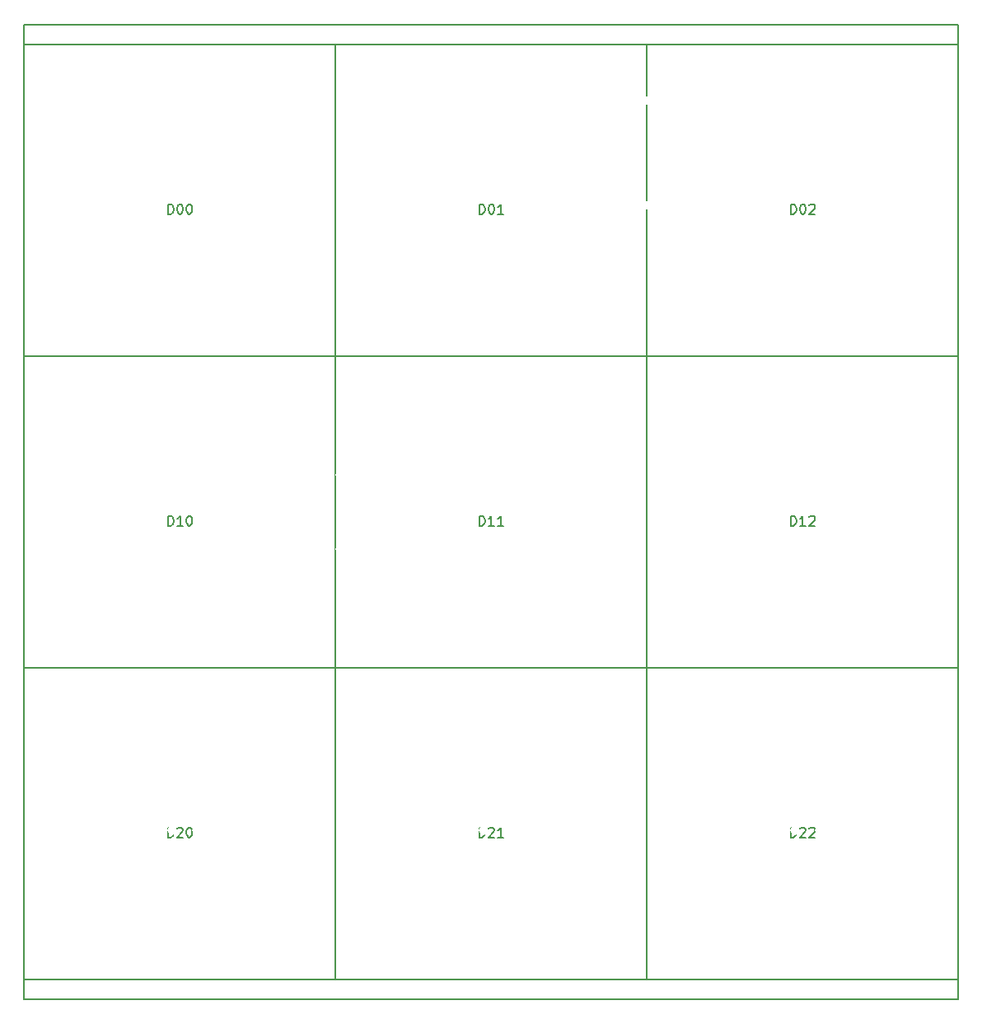
<source format=gto>
G04 (created by PCBNEW (2013-07-07 BZR 4022)-stable) date 2/5/2014 11:08:06 AM*
%MOIN*%
G04 Gerber Fmt 3.4, Leading zero omitted, Abs format*
%FSLAX34Y34*%
G01*
G70*
G90*
G04 APERTURE LIST*
%ADD10C,0.00590551*%
%ADD11C,0.0393701*%
%ADD12R,0.0393701X0.0393701*%
%ADD13R,0.055X0.055*%
%ADD14C,0.055*%
G04 APERTURE END LIST*
G54D10*
X6299Y-45275D02*
X6299Y-5905D01*
X44094Y-45275D02*
X6299Y-45275D01*
X44094Y-5905D02*
X44094Y-45275D01*
X6299Y-5905D02*
X44094Y-5905D01*
X6299Y-19291D02*
X6299Y-6692D01*
X6299Y-6692D02*
X18897Y-6692D01*
X18897Y-6692D02*
X18897Y-19291D01*
X18897Y-19291D02*
X6299Y-19291D01*
X31496Y-19291D02*
X31496Y-6692D01*
X31496Y-6692D02*
X44094Y-6692D01*
X44094Y-6692D02*
X44094Y-19291D01*
X44094Y-19291D02*
X31496Y-19291D01*
X18897Y-31889D02*
X18897Y-19291D01*
X18897Y-19291D02*
X31496Y-19291D01*
X31496Y-19291D02*
X31496Y-31889D01*
X31496Y-31889D02*
X18897Y-31889D01*
X31496Y-31889D02*
X31496Y-19291D01*
X31496Y-19291D02*
X44094Y-19291D01*
X44094Y-19291D02*
X44094Y-31889D01*
X44094Y-31889D02*
X31496Y-31889D01*
X6299Y-44488D02*
X6299Y-31889D01*
X6299Y-31889D02*
X18897Y-31889D01*
X18897Y-31889D02*
X18897Y-44488D01*
X18897Y-44488D02*
X6299Y-44488D01*
X18897Y-19291D02*
X18897Y-6692D01*
X18897Y-6692D02*
X31496Y-6692D01*
X31496Y-6692D02*
X31496Y-19291D01*
X31496Y-19291D02*
X18897Y-19291D01*
X18897Y-44488D02*
X18897Y-31889D01*
X18897Y-31889D02*
X31496Y-31889D01*
X31496Y-31889D02*
X31496Y-44488D01*
X31496Y-44488D02*
X18897Y-44488D01*
X31496Y-44488D02*
X31496Y-31889D01*
X31496Y-31889D02*
X44094Y-31889D01*
X44094Y-31889D02*
X44094Y-44488D01*
X44094Y-44488D02*
X31496Y-44488D01*
X6299Y-31889D02*
X6299Y-19291D01*
X6299Y-19291D02*
X18897Y-19291D01*
X18897Y-19291D02*
X18897Y-31889D01*
X18897Y-31889D02*
X6299Y-31889D01*
X12120Y-13545D02*
X12120Y-13151D01*
X12214Y-13151D01*
X12270Y-13170D01*
X12307Y-13207D01*
X12326Y-13245D01*
X12345Y-13320D01*
X12345Y-13376D01*
X12326Y-13451D01*
X12307Y-13488D01*
X12270Y-13526D01*
X12214Y-13545D01*
X12120Y-13545D01*
X12589Y-13151D02*
X12626Y-13151D01*
X12664Y-13170D01*
X12682Y-13188D01*
X12701Y-13226D01*
X12720Y-13301D01*
X12720Y-13395D01*
X12701Y-13470D01*
X12682Y-13507D01*
X12664Y-13526D01*
X12626Y-13545D01*
X12589Y-13545D01*
X12551Y-13526D01*
X12532Y-13507D01*
X12514Y-13470D01*
X12495Y-13395D01*
X12495Y-13301D01*
X12514Y-13226D01*
X12532Y-13188D01*
X12551Y-13170D01*
X12589Y-13151D01*
X12964Y-13151D02*
X13001Y-13151D01*
X13038Y-13170D01*
X13057Y-13188D01*
X13076Y-13226D01*
X13095Y-13301D01*
X13095Y-13395D01*
X13076Y-13470D01*
X13057Y-13507D01*
X13038Y-13526D01*
X13001Y-13545D01*
X12964Y-13545D01*
X12926Y-13526D01*
X12907Y-13507D01*
X12889Y-13470D01*
X12870Y-13395D01*
X12870Y-13301D01*
X12889Y-13226D01*
X12907Y-13188D01*
X12926Y-13170D01*
X12964Y-13151D01*
X37317Y-13545D02*
X37317Y-13151D01*
X37410Y-13151D01*
X37467Y-13170D01*
X37504Y-13207D01*
X37523Y-13245D01*
X37542Y-13320D01*
X37542Y-13376D01*
X37523Y-13451D01*
X37504Y-13488D01*
X37467Y-13526D01*
X37410Y-13545D01*
X37317Y-13545D01*
X37785Y-13151D02*
X37823Y-13151D01*
X37860Y-13170D01*
X37879Y-13188D01*
X37898Y-13226D01*
X37917Y-13301D01*
X37917Y-13395D01*
X37898Y-13470D01*
X37879Y-13507D01*
X37860Y-13526D01*
X37823Y-13545D01*
X37785Y-13545D01*
X37748Y-13526D01*
X37729Y-13507D01*
X37710Y-13470D01*
X37692Y-13395D01*
X37692Y-13301D01*
X37710Y-13226D01*
X37729Y-13188D01*
X37748Y-13170D01*
X37785Y-13151D01*
X38067Y-13188D02*
X38085Y-13170D01*
X38123Y-13151D01*
X38217Y-13151D01*
X38254Y-13170D01*
X38273Y-13188D01*
X38292Y-13226D01*
X38292Y-13263D01*
X38273Y-13320D01*
X38048Y-13545D01*
X38292Y-13545D01*
X24718Y-26143D02*
X24718Y-25749D01*
X24812Y-25749D01*
X24868Y-25768D01*
X24906Y-25806D01*
X24925Y-25843D01*
X24943Y-25918D01*
X24943Y-25974D01*
X24925Y-26049D01*
X24906Y-26087D01*
X24868Y-26124D01*
X24812Y-26143D01*
X24718Y-26143D01*
X25318Y-26143D02*
X25093Y-26143D01*
X25206Y-26143D02*
X25206Y-25749D01*
X25168Y-25806D01*
X25131Y-25843D01*
X25093Y-25862D01*
X25693Y-26143D02*
X25468Y-26143D01*
X25581Y-26143D02*
X25581Y-25749D01*
X25543Y-25806D01*
X25506Y-25843D01*
X25468Y-25862D01*
X37317Y-26143D02*
X37317Y-25749D01*
X37410Y-25749D01*
X37467Y-25768D01*
X37504Y-25806D01*
X37523Y-25843D01*
X37542Y-25918D01*
X37542Y-25974D01*
X37523Y-26049D01*
X37504Y-26087D01*
X37467Y-26124D01*
X37410Y-26143D01*
X37317Y-26143D01*
X37917Y-26143D02*
X37692Y-26143D01*
X37804Y-26143D02*
X37804Y-25749D01*
X37767Y-25806D01*
X37729Y-25843D01*
X37692Y-25862D01*
X38067Y-25787D02*
X38085Y-25768D01*
X38123Y-25749D01*
X38217Y-25749D01*
X38254Y-25768D01*
X38273Y-25787D01*
X38292Y-25824D01*
X38292Y-25862D01*
X38273Y-25918D01*
X38048Y-26143D01*
X38292Y-26143D01*
X12120Y-38742D02*
X12120Y-38348D01*
X12214Y-38348D01*
X12270Y-38367D01*
X12307Y-38404D01*
X12326Y-38442D01*
X12345Y-38517D01*
X12345Y-38573D01*
X12326Y-38648D01*
X12307Y-38685D01*
X12270Y-38723D01*
X12214Y-38742D01*
X12120Y-38742D01*
X12495Y-38385D02*
X12514Y-38367D01*
X12551Y-38348D01*
X12645Y-38348D01*
X12682Y-38367D01*
X12701Y-38385D01*
X12720Y-38423D01*
X12720Y-38460D01*
X12701Y-38517D01*
X12476Y-38742D01*
X12720Y-38742D01*
X12964Y-38348D02*
X13001Y-38348D01*
X13038Y-38367D01*
X13057Y-38385D01*
X13076Y-38423D01*
X13095Y-38498D01*
X13095Y-38592D01*
X13076Y-38667D01*
X13057Y-38704D01*
X13038Y-38723D01*
X13001Y-38742D01*
X12964Y-38742D01*
X12926Y-38723D01*
X12907Y-38704D01*
X12889Y-38667D01*
X12870Y-38592D01*
X12870Y-38498D01*
X12889Y-38423D01*
X12907Y-38385D01*
X12926Y-38367D01*
X12964Y-38348D01*
X24718Y-13545D02*
X24718Y-13151D01*
X24812Y-13151D01*
X24868Y-13170D01*
X24906Y-13207D01*
X24925Y-13245D01*
X24943Y-13320D01*
X24943Y-13376D01*
X24925Y-13451D01*
X24906Y-13488D01*
X24868Y-13526D01*
X24812Y-13545D01*
X24718Y-13545D01*
X25187Y-13151D02*
X25224Y-13151D01*
X25262Y-13170D01*
X25281Y-13188D01*
X25299Y-13226D01*
X25318Y-13301D01*
X25318Y-13395D01*
X25299Y-13470D01*
X25281Y-13507D01*
X25262Y-13526D01*
X25224Y-13545D01*
X25187Y-13545D01*
X25149Y-13526D01*
X25131Y-13507D01*
X25112Y-13470D01*
X25093Y-13395D01*
X25093Y-13301D01*
X25112Y-13226D01*
X25131Y-13188D01*
X25149Y-13170D01*
X25187Y-13151D01*
X25693Y-13545D02*
X25468Y-13545D01*
X25581Y-13545D02*
X25581Y-13151D01*
X25543Y-13207D01*
X25506Y-13245D01*
X25468Y-13263D01*
X24718Y-38742D02*
X24718Y-38348D01*
X24812Y-38348D01*
X24868Y-38367D01*
X24906Y-38404D01*
X24925Y-38442D01*
X24943Y-38517D01*
X24943Y-38573D01*
X24925Y-38648D01*
X24906Y-38685D01*
X24868Y-38723D01*
X24812Y-38742D01*
X24718Y-38742D01*
X25093Y-38385D02*
X25112Y-38367D01*
X25149Y-38348D01*
X25243Y-38348D01*
X25281Y-38367D01*
X25299Y-38385D01*
X25318Y-38423D01*
X25318Y-38460D01*
X25299Y-38517D01*
X25074Y-38742D01*
X25318Y-38742D01*
X25693Y-38742D02*
X25468Y-38742D01*
X25581Y-38742D02*
X25581Y-38348D01*
X25543Y-38404D01*
X25506Y-38442D01*
X25468Y-38460D01*
X37317Y-38742D02*
X37317Y-38348D01*
X37410Y-38348D01*
X37467Y-38367D01*
X37504Y-38404D01*
X37523Y-38442D01*
X37542Y-38517D01*
X37542Y-38573D01*
X37523Y-38648D01*
X37504Y-38685D01*
X37467Y-38723D01*
X37410Y-38742D01*
X37317Y-38742D01*
X37692Y-38385D02*
X37710Y-38367D01*
X37748Y-38348D01*
X37842Y-38348D01*
X37879Y-38367D01*
X37898Y-38385D01*
X37917Y-38423D01*
X37917Y-38460D01*
X37898Y-38517D01*
X37673Y-38742D01*
X37917Y-38742D01*
X38067Y-38385D02*
X38085Y-38367D01*
X38123Y-38348D01*
X38217Y-38348D01*
X38254Y-38367D01*
X38273Y-38385D01*
X38292Y-38423D01*
X38292Y-38460D01*
X38273Y-38517D01*
X38048Y-38742D01*
X38292Y-38742D01*
X12120Y-26143D02*
X12120Y-25749D01*
X12214Y-25749D01*
X12270Y-25768D01*
X12307Y-25806D01*
X12326Y-25843D01*
X12345Y-25918D01*
X12345Y-25974D01*
X12326Y-26049D01*
X12307Y-26087D01*
X12270Y-26124D01*
X12214Y-26143D01*
X12120Y-26143D01*
X12720Y-26143D02*
X12495Y-26143D01*
X12607Y-26143D02*
X12607Y-25749D01*
X12570Y-25806D01*
X12532Y-25843D01*
X12495Y-25862D01*
X12964Y-25749D02*
X13001Y-25749D01*
X13038Y-25768D01*
X13057Y-25787D01*
X13076Y-25824D01*
X13095Y-25899D01*
X13095Y-25993D01*
X13076Y-26068D01*
X13057Y-26106D01*
X13038Y-26124D01*
X13001Y-26143D01*
X12964Y-26143D01*
X12926Y-26124D01*
X12907Y-26106D01*
X12889Y-26068D01*
X12870Y-25993D01*
X12870Y-25899D01*
X12889Y-25824D01*
X12907Y-25787D01*
X12926Y-25768D01*
X12964Y-25749D01*
%LPC*%
G54D11*
X38291Y-27085D03*
X37291Y-27085D03*
X36291Y-27085D03*
X35291Y-27085D03*
X34291Y-27085D03*
X33291Y-27085D03*
X32295Y-27085D03*
X32295Y-24085D03*
X33291Y-24085D03*
X34291Y-24085D03*
X35291Y-24085D03*
X36291Y-24085D03*
X37291Y-24085D03*
X38291Y-24085D03*
X37503Y-10935D03*
X37503Y-9951D03*
X38503Y-10935D03*
X38503Y-9951D03*
X39503Y-10935D03*
X39503Y-9951D03*
X40503Y-10935D03*
X40503Y-9951D03*
X18094Y-23535D03*
X18094Y-22551D03*
X17094Y-23535D03*
X17094Y-22551D03*
X16094Y-23535D03*
X16094Y-22551D03*
X15094Y-23535D03*
X15094Y-22551D03*
X14094Y-23535D03*
X14094Y-22551D03*
X13094Y-23535D03*
X13094Y-22551D03*
X12094Y-23535D03*
X12094Y-22551D03*
X11094Y-23535D03*
X11094Y-22551D03*
X37503Y-15035D03*
X37503Y-16019D03*
X38503Y-15035D03*
X38503Y-16019D03*
X39503Y-15035D03*
X39503Y-16019D03*
X40503Y-15035D03*
X40503Y-16019D03*
X12917Y-10935D03*
X12917Y-9951D03*
X11917Y-10935D03*
X11917Y-9951D03*
X10917Y-10935D03*
X10917Y-9951D03*
X9917Y-10935D03*
X9917Y-9951D03*
X12917Y-15035D03*
X12917Y-16019D03*
X11917Y-15035D03*
X11917Y-16019D03*
X10917Y-15035D03*
X10917Y-16019D03*
X9917Y-15035D03*
X9917Y-16019D03*
X22661Y-16684D03*
X21954Y-15977D03*
X21247Y-15270D03*
X20540Y-14563D03*
X19833Y-13855D03*
X19125Y-13148D03*
X18418Y-12441D03*
X17711Y-11734D03*
X17004Y-11027D03*
X19125Y-8906D03*
X19833Y-9613D03*
X20540Y-10320D03*
X21247Y-11027D03*
X21954Y-11734D03*
X22661Y-12441D03*
X23368Y-13148D03*
X24075Y-13855D03*
X24782Y-14563D03*
X11094Y-24090D03*
X12094Y-24090D03*
X13094Y-24090D03*
X14094Y-24090D03*
X15094Y-24090D03*
X16094Y-24090D03*
X17094Y-24090D03*
X18094Y-24090D03*
X19094Y-24090D03*
X19094Y-27090D03*
X18094Y-27090D03*
X17094Y-27090D03*
X16094Y-27090D03*
X15094Y-27090D03*
X14094Y-27090D03*
X13094Y-27090D03*
X12094Y-27090D03*
X11094Y-27090D03*
X33706Y-11067D03*
X32999Y-11774D03*
X32292Y-12481D03*
X31585Y-13188D03*
X30877Y-13896D03*
X30170Y-14603D03*
X29463Y-15310D03*
X28756Y-16017D03*
X28049Y-16724D03*
X25928Y-14603D03*
X26635Y-13896D03*
X27342Y-13188D03*
X28049Y-12481D03*
X28756Y-11774D03*
X29463Y-11067D03*
X30170Y-10360D03*
X30877Y-9653D03*
X31585Y-8946D03*
G54D12*
X6917Y-11492D03*
G54D11*
X7917Y-11492D03*
X8917Y-11492D03*
X9917Y-11492D03*
X10917Y-11492D03*
X11917Y-11492D03*
X12917Y-11492D03*
X13917Y-11492D03*
X14917Y-11492D03*
X15917Y-11492D03*
X6917Y-14492D03*
X7917Y-14492D03*
X8917Y-14492D03*
X9917Y-14492D03*
X10917Y-14492D03*
X11917Y-14492D03*
X12917Y-14492D03*
X13917Y-14492D03*
X14917Y-14492D03*
X15917Y-14492D03*
G54D12*
X19515Y-34917D03*
G54D11*
X20515Y-34917D03*
X21515Y-34917D03*
X22515Y-34917D03*
X23515Y-34917D03*
X24515Y-34917D03*
X25515Y-34917D03*
X26515Y-34917D03*
X27515Y-34917D03*
X28515Y-34917D03*
X19515Y-37917D03*
X20515Y-37917D03*
X21515Y-37917D03*
X22515Y-37917D03*
X23515Y-37917D03*
X24515Y-37917D03*
X25515Y-37917D03*
X26515Y-37917D03*
X27515Y-37917D03*
X28515Y-37917D03*
G54D12*
X30877Y-41460D03*
G54D11*
X29877Y-41460D03*
X28877Y-41460D03*
X27877Y-41460D03*
X26877Y-41460D03*
X25877Y-41460D03*
X24877Y-41460D03*
X23877Y-41460D03*
X22877Y-41460D03*
X21877Y-41460D03*
X30877Y-38460D03*
X29877Y-38460D03*
X28877Y-38460D03*
X27877Y-38460D03*
X26877Y-38460D03*
X25877Y-38460D03*
X24877Y-38460D03*
X23877Y-38460D03*
X22877Y-38460D03*
X21877Y-38460D03*
G54D12*
X32114Y-34917D03*
G54D11*
X33114Y-34917D03*
X34114Y-34917D03*
X35114Y-34917D03*
X36114Y-34917D03*
X37114Y-34917D03*
X38114Y-34917D03*
X39114Y-34917D03*
X40114Y-34917D03*
X41114Y-34917D03*
X32114Y-37917D03*
X33114Y-37917D03*
X34114Y-37917D03*
X35114Y-37917D03*
X36114Y-37917D03*
X37114Y-37917D03*
X38114Y-37917D03*
X39114Y-37917D03*
X40114Y-37917D03*
X41114Y-37917D03*
G54D12*
X43476Y-41460D03*
G54D11*
X42476Y-41460D03*
X41476Y-41460D03*
X40476Y-41460D03*
X39476Y-41460D03*
X38476Y-41460D03*
X37476Y-41460D03*
X36476Y-41460D03*
X35476Y-41460D03*
X34476Y-41460D03*
X43476Y-38460D03*
X42476Y-38460D03*
X41476Y-38460D03*
X40476Y-38460D03*
X39476Y-38460D03*
X38476Y-38460D03*
X37476Y-38460D03*
X36476Y-38460D03*
X35476Y-38460D03*
X34476Y-38460D03*
G54D12*
X18279Y-41460D03*
G54D11*
X17279Y-41460D03*
X16279Y-41460D03*
X15279Y-41460D03*
X14279Y-41460D03*
X13279Y-41460D03*
X12279Y-41460D03*
X11279Y-41460D03*
X10279Y-41460D03*
X9279Y-41460D03*
X18279Y-38460D03*
X17279Y-38460D03*
X16279Y-38460D03*
X15279Y-38460D03*
X14279Y-38460D03*
X13279Y-38460D03*
X12279Y-38460D03*
X11279Y-38460D03*
X10279Y-38460D03*
X9279Y-38460D03*
G54D12*
X43503Y-14492D03*
G54D11*
X42503Y-14492D03*
X41503Y-14492D03*
X40503Y-14492D03*
X39503Y-14492D03*
X38503Y-14492D03*
X37503Y-14492D03*
X36503Y-14492D03*
X35503Y-14492D03*
X34503Y-14492D03*
X43503Y-11492D03*
X42503Y-11492D03*
X41503Y-11492D03*
X40503Y-11492D03*
X39503Y-11492D03*
X38503Y-11492D03*
X37503Y-11492D03*
X36503Y-11492D03*
X35503Y-11492D03*
X34503Y-11492D03*
G54D12*
X20692Y-24090D03*
G54D11*
X21692Y-24090D03*
X22692Y-24090D03*
X23692Y-24090D03*
X24692Y-24090D03*
X25692Y-24090D03*
X26692Y-24090D03*
X27692Y-24090D03*
X28692Y-24090D03*
X29692Y-24090D03*
X20692Y-27090D03*
X21692Y-27090D03*
X22692Y-27090D03*
X23692Y-27090D03*
X24692Y-27090D03*
X25692Y-27090D03*
X26692Y-27090D03*
X27692Y-27090D03*
X28692Y-27090D03*
X29692Y-27090D03*
G54D12*
X6917Y-34917D03*
G54D11*
X7917Y-34917D03*
X8917Y-34917D03*
X9917Y-34917D03*
X10917Y-34917D03*
X11917Y-34917D03*
X12917Y-34917D03*
X13917Y-34917D03*
X14917Y-34917D03*
X15917Y-34917D03*
X6917Y-37917D03*
X7917Y-37917D03*
X8917Y-37917D03*
X9917Y-37917D03*
X10917Y-37917D03*
X11917Y-37917D03*
X12917Y-37917D03*
X13917Y-37917D03*
X14917Y-37917D03*
X15917Y-37917D03*
G54D13*
X9842Y-22047D03*
G54D14*
X9842Y-23047D03*
G54D11*
X19696Y-32956D03*
X19696Y-33940D03*
X14094Y-42437D03*
X14094Y-43421D03*
X20692Y-42437D03*
X20692Y-43421D03*
X23692Y-42437D03*
X23692Y-43421D03*
X26692Y-42437D03*
X26692Y-43421D03*
X29692Y-42437D03*
X29692Y-43421D03*
X29692Y-32956D03*
X29692Y-33940D03*
X26692Y-32956D03*
X26692Y-33940D03*
X23692Y-32956D03*
X23692Y-33940D03*
X20692Y-32956D03*
X20692Y-33940D03*
X11094Y-42437D03*
X11094Y-43421D03*
X32291Y-42437D03*
X32291Y-43421D03*
X35291Y-42437D03*
X35291Y-43421D03*
X38291Y-42437D03*
X38291Y-43421D03*
X41291Y-42437D03*
X41291Y-43421D03*
X41291Y-32956D03*
X41291Y-33940D03*
X38291Y-32956D03*
X38291Y-33940D03*
X35291Y-32956D03*
X35291Y-33940D03*
X32295Y-32956D03*
X32295Y-33940D03*
X8094Y-42437D03*
X8094Y-43421D03*
X11094Y-32956D03*
X11094Y-33940D03*
X8094Y-32956D03*
X8094Y-33940D03*
X14094Y-32956D03*
X14094Y-33940D03*
X17094Y-32956D03*
X17094Y-33940D03*
X17094Y-42437D03*
X17094Y-43421D03*
X19692Y-42437D03*
X19692Y-43421D03*
X22692Y-42437D03*
X22692Y-43421D03*
X25692Y-42437D03*
X25692Y-43421D03*
X28692Y-42437D03*
X28692Y-43421D03*
X28692Y-32956D03*
X28692Y-33940D03*
X25692Y-32956D03*
X25692Y-33940D03*
X22692Y-32956D03*
X22692Y-33940D03*
X10094Y-42437D03*
X10094Y-43421D03*
X13094Y-42437D03*
X13094Y-43421D03*
X16094Y-42437D03*
X16094Y-43421D03*
X13094Y-32956D03*
X13094Y-33940D03*
X16094Y-32956D03*
X16094Y-33940D03*
X33291Y-42437D03*
X33291Y-43421D03*
X36291Y-42437D03*
X36291Y-43421D03*
X39291Y-42437D03*
X39291Y-43421D03*
X42291Y-42437D03*
X42291Y-43421D03*
X42291Y-32956D03*
X42291Y-33940D03*
X39291Y-32956D03*
X39291Y-33940D03*
X36291Y-32956D03*
X36291Y-33940D03*
X33291Y-32956D03*
X33291Y-33940D03*
X7098Y-32956D03*
X7098Y-33940D03*
X7094Y-42437D03*
X7094Y-43421D03*
X10094Y-32956D03*
X10094Y-33940D03*
G54D13*
X9842Y-24090D03*
G54D14*
X9842Y-25090D03*
X9842Y-26090D03*
X9842Y-27090D03*
G54D11*
X7098Y-17716D03*
X8094Y-17716D03*
X9094Y-17716D03*
X10094Y-17716D03*
X11094Y-17716D03*
X12094Y-17716D03*
X13094Y-17716D03*
X14094Y-17716D03*
X15094Y-17716D03*
X16094Y-17716D03*
X17094Y-17716D03*
X18094Y-17716D03*
X18094Y-8267D03*
X17094Y-8267D03*
X16094Y-8267D03*
X15094Y-8267D03*
X14094Y-8267D03*
X13094Y-8267D03*
X12094Y-8267D03*
X11094Y-8267D03*
X10094Y-8267D03*
X9094Y-8267D03*
X8094Y-8267D03*
X7098Y-8267D03*
X32295Y-17716D03*
X33291Y-17716D03*
X34291Y-17716D03*
X35291Y-17716D03*
X36291Y-17716D03*
X37291Y-17716D03*
X38291Y-17716D03*
X39291Y-17716D03*
X40291Y-17716D03*
X41291Y-17716D03*
X42291Y-17716D03*
X43291Y-17716D03*
X43291Y-8267D03*
X42291Y-8267D03*
X41291Y-8267D03*
X40291Y-8267D03*
X39291Y-8267D03*
X38291Y-8267D03*
X37291Y-8267D03*
X36291Y-8267D03*
X35291Y-8267D03*
X34291Y-8267D03*
X33291Y-8267D03*
X32295Y-8267D03*
X19696Y-30314D03*
X20692Y-30314D03*
X21692Y-30314D03*
X22692Y-30314D03*
X23692Y-30314D03*
X24692Y-30314D03*
X25692Y-30314D03*
X26692Y-30314D03*
X27692Y-30314D03*
X28692Y-30314D03*
X29692Y-30314D03*
X30692Y-30314D03*
X30692Y-20866D03*
X29692Y-20866D03*
X28692Y-20866D03*
X27692Y-20866D03*
X26692Y-20866D03*
X25692Y-20866D03*
X24692Y-20866D03*
X23692Y-20866D03*
X22692Y-20866D03*
X21692Y-20866D03*
X20692Y-20866D03*
X19696Y-20866D03*
X32295Y-30314D03*
X33291Y-30314D03*
X34291Y-30314D03*
X35291Y-30314D03*
X36291Y-30314D03*
X37291Y-30314D03*
X38291Y-30314D03*
X39291Y-30314D03*
X40291Y-30314D03*
X41291Y-30314D03*
X42291Y-30314D03*
X43291Y-30314D03*
X43291Y-20866D03*
X42291Y-20866D03*
X41291Y-20866D03*
X40291Y-20866D03*
X39291Y-20866D03*
X38291Y-20866D03*
X37291Y-20866D03*
X36291Y-20866D03*
X35291Y-20866D03*
X34291Y-20866D03*
X33291Y-20866D03*
X32295Y-20866D03*
X7098Y-42913D03*
X8094Y-42913D03*
X9094Y-42913D03*
X10094Y-42913D03*
X11094Y-42913D03*
X12094Y-42913D03*
X13094Y-42913D03*
X14094Y-42913D03*
X15094Y-42913D03*
X16094Y-42913D03*
X17094Y-42913D03*
X18094Y-42913D03*
X18094Y-33464D03*
X17094Y-33464D03*
X16094Y-33464D03*
X15094Y-33464D03*
X14094Y-33464D03*
X13094Y-33464D03*
X12094Y-33464D03*
X11094Y-33464D03*
X10094Y-33464D03*
X9094Y-33464D03*
X8094Y-33464D03*
X7098Y-33464D03*
X19696Y-17716D03*
X20692Y-17716D03*
X21692Y-17716D03*
X22692Y-17716D03*
X23692Y-17716D03*
X24692Y-17716D03*
X25692Y-17716D03*
X26692Y-17716D03*
X27692Y-17716D03*
X28692Y-17716D03*
X29692Y-17716D03*
X30692Y-17716D03*
X30692Y-8267D03*
X29692Y-8267D03*
X28692Y-8267D03*
X27692Y-8267D03*
X26692Y-8267D03*
X25692Y-8267D03*
X24692Y-8267D03*
X23692Y-8267D03*
X22692Y-8267D03*
X21692Y-8267D03*
X20692Y-8267D03*
X19696Y-8267D03*
X19696Y-42913D03*
X20692Y-42913D03*
X21692Y-42913D03*
X22692Y-42913D03*
X23692Y-42913D03*
X24692Y-42913D03*
X25692Y-42913D03*
X26692Y-42913D03*
X27692Y-42913D03*
X28692Y-42913D03*
X29692Y-42913D03*
X30692Y-42913D03*
X30692Y-33464D03*
X29692Y-33464D03*
X28692Y-33464D03*
X27692Y-33464D03*
X26692Y-33464D03*
X25692Y-33464D03*
X24692Y-33464D03*
X23692Y-33464D03*
X22692Y-33464D03*
X21692Y-33464D03*
X20692Y-33464D03*
X19696Y-33464D03*
X32295Y-42913D03*
X33291Y-42913D03*
X34291Y-42913D03*
X35291Y-42913D03*
X36291Y-42913D03*
X37291Y-42913D03*
X38291Y-42913D03*
X39291Y-42913D03*
X40291Y-42913D03*
X41291Y-42913D03*
X42291Y-42913D03*
X43291Y-42913D03*
X43291Y-33464D03*
X42291Y-33464D03*
X41291Y-33464D03*
X40291Y-33464D03*
X39291Y-33464D03*
X38291Y-33464D03*
X37291Y-33464D03*
X36291Y-33464D03*
X35291Y-33464D03*
X34291Y-33464D03*
X33291Y-33464D03*
X32295Y-33464D03*
X7098Y-30314D03*
X8094Y-30314D03*
X9094Y-30314D03*
X10094Y-30314D03*
X11094Y-30314D03*
X12094Y-30314D03*
X13094Y-30314D03*
X14094Y-30314D03*
X15094Y-30314D03*
X16094Y-30314D03*
X17094Y-30314D03*
X18094Y-30314D03*
X18094Y-20866D03*
X17094Y-20866D03*
X16094Y-20866D03*
X15094Y-20866D03*
X14094Y-20866D03*
X13094Y-20866D03*
X12094Y-20866D03*
X11094Y-20866D03*
X10094Y-20866D03*
X9094Y-20866D03*
X8094Y-20866D03*
X7098Y-20866D03*
M02*

</source>
